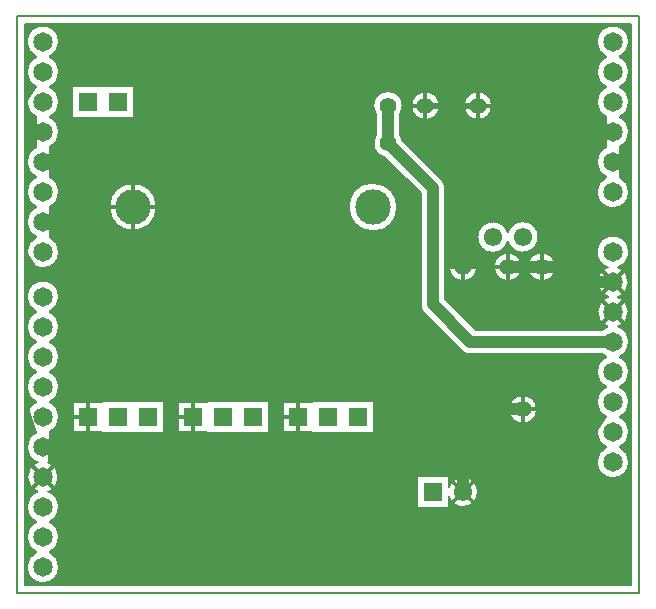
<source format=gbr>
%FSLAX23Y23*%
%MOIN*%
G04 EasyPC Gerber Version 18.0.1 Build 3581 *
%ADD84R,0.06102X0.06102*%
%ADD10C,0.00800*%
%ADD13C,0.01181*%
%ADD92C,0.01969*%
%ADD93C,0.03937*%
%ADD91C,0.05512*%
%ADD89C,0.06102*%
%ADD83C,0.06496*%
%ADD87C,0.11811*%
X0Y0D02*
D02*
D10*
X417Y924D02*
X2492D01*
Y2849*
X417*
Y924*
X445Y952D02*
X2463D01*
Y2821*
X445*
Y952*
X483Y1062D02*
G75*
G02Y1162I21J50D01*
G01*
G75*
G02X486Y1263I21J50*
G01*
G75*
G02Y1360I18J49*
G01*
G75*
G02X483Y1462I18J51*
G01*
G75*
G02Y1562I21J50*
G01*
G75*
G02Y1662I21J50*
G01*
G75*
G02Y1762I21J50*
G01*
G75*
G02Y1862I21J50*
G01*
G75*
G02X450Y1912I21J50*
G01*
G75*
G02X558I54*
G01*
G75*
G02X525Y1862I-54*
G01*
G75*
G02Y1762I-21J-50*
G01*
G75*
G02Y1662I-21J-50*
G01*
G75*
G02Y1562I-21J-50*
G01*
G75*
G02Y1462I-21J-50*
G01*
G75*
G02X522Y1360I-21J-50*
G01*
G75*
G02Y1263I-18J-49*
G01*
G75*
G02X525Y1162I-18J-51*
G01*
G75*
G02Y1062I-21J-50*
G01*
G75*
G02X558Y1012I-21J-50*
G01*
G75*
G02X450I-54*
G01*
G75*
G02X483Y1062I54*
G01*
Y2112D02*
G75*
G02Y2212I21J50D01*
G01*
G75*
G02Y2312I21J50*
G01*
G75*
G02Y2412I21J50*
G01*
G75*
G02Y2512I21J50*
G01*
G75*
G02Y2612I21J50*
G01*
G75*
G02Y2712I21J50*
G01*
G75*
G02X450Y2762I21J50*
G01*
G75*
G02X558I54*
G01*
G75*
G02X525Y2712I-54*
G01*
G75*
G02Y2612I-21J-50*
G01*
G75*
G02Y2512I-21J-50*
G01*
G75*
G02Y2412I-21J-50*
G01*
G75*
G02Y2312I-21J-50*
G01*
G75*
G02Y2212I-21J-50*
G01*
G75*
G02Y2112I-21J-50*
G01*
G75*
G02X558Y2062I-21J-50*
G01*
G75*
G02X450I-54*
G01*
G75*
G02X483Y2112I54*
G01*
X702Y1461D02*
X604D01*
Y1562*
X702*
Y1564*
X906*
Y1459*
X702*
Y1461*
X806Y2509D02*
X602D01*
Y2614*
X806*
Y2509*
X725Y2212D02*
G75*
G02X883I79D01*
G01*
G75*
G02X725I-79*
G01*
X1052Y1461D02*
X954D01*
Y1562*
X1052*
Y1564*
X1256*
Y1459*
X1052*
Y1461*
X1402D02*
X1304D01*
Y1562*
X1402*
Y1564*
X1606*
Y1459*
X1402*
Y1461*
X1604Y2131D02*
G75*
G02Y2292J81D01*
G01*
G75*
G02Y2131J-81*
G01*
X1613Y2451D02*
Y2522D01*
G75*
G02X1605Y2549I41J27*
G01*
G75*
G02X1703I49*
G01*
G75*
G02X1695Y2522I-49*
G01*
Y2451*
G75*
G02X1702Y2434I-41J-27*
G01*
X1833Y2303*
G75*
G02X1845Y2274I-29J-29*
G01*
Y1904*
X1946Y1803*
X2369*
G75*
G02X2386Y1813I35J-41*
G01*
G75*
G02X2389Y1912I18J49*
G01*
G75*
G02X2386Y2010I15J50*
G01*
G75*
G02X2350Y2062I18J51*
G01*
G75*
G02X2458I54*
G01*
G75*
G02X2422Y2010I-54*
G01*
G75*
G02X2419Y1912I-18J-49*
G01*
G75*
G02X2422Y1813I-15J-50*
G01*
G75*
G02X2425Y1712I-18J-51*
G01*
G75*
G02Y1612I-21J-50*
G01*
G75*
G02Y1512I-21J-50*
G01*
G75*
G02Y1412I-21J-50*
G01*
G75*
G02X2458Y1362I-21J-50*
G01*
G75*
G02X2350I-54*
G01*
G75*
G02X2383Y1412I54*
G01*
G75*
G02Y1512I21J50*
G01*
G75*
G02Y1612I21J50*
G01*
G75*
G02Y1712I21J50*
G01*
G75*
G02X2369Y1720I21J50*
G01*
X1929*
G75*
G02X1900Y1732J41*
G01*
X1775Y1857*
G75*
G02X1763Y1887I29J29*
G01*
Y2257*
X1644Y2376*
G75*
G02X1613Y2451I10J48*
G01*
X1732Y2549D02*
G75*
G02X1826I47D01*
G01*
G75*
G02X1732I-47*
G01*
X1856Y1246D02*
Y1209D01*
X1752*
Y1314*
X1856*
Y1277*
G75*
G02X1904Y1312I48J-16*
G01*
G75*
G02Y1211J-50*
G01*
G75*
G02X1856Y1246J50*
G01*
X1857Y2012D02*
G75*
G02X1951I47D01*
G01*
G75*
G02X1857I-47*
G01*
X1907Y2549D02*
G75*
G02X2001I47D01*
G01*
G75*
G02X1907I-47*
G01*
X2007Y2012D02*
G75*
G02X2101I47D01*
G01*
G75*
G02X2007I-47*
G01*
X2054Y2096D02*
G75*
G02X2004Y2059I-50J15D01*
G01*
G75*
G02Y2164J52*
G01*
G75*
G02X2054Y2127J-52*
G01*
G75*
G02X2104Y2164I50J-15*
G01*
G75*
G02Y2059J-52*
G01*
G75*
G02X2054Y2096J52*
G01*
X2057Y1537D02*
G75*
G02X2151I47D01*
G01*
G75*
G02X2057I-47*
G01*
X2119Y2012D02*
G75*
G02X2214I47D01*
G01*
G75*
G02X2119I-47*
G01*
X2383Y2312D02*
G75*
G02Y2412I21J50D01*
G01*
G75*
G02Y2512I21J50*
G01*
G75*
G02Y2612I21J50*
G01*
G75*
G02Y2712I21J50*
G01*
G75*
G02X2350Y2762I21J50*
G01*
G75*
G02X2458I54*
G01*
G75*
G02X2425Y2712I-54*
G01*
G75*
G02Y2612I-21J-50*
G01*
G75*
G02Y2512I-21J-50*
G01*
G75*
G02Y2412I-21J-50*
G01*
G75*
G02Y2312I-21J-50*
G01*
G75*
G02X2458Y2262I-21J-50*
G01*
G75*
G02X2350I-54*
G01*
G75*
G02X2383Y2312I54*
G01*
X445Y1462D02*
G36*
Y1262D01*
X483*
G75*
G02X486Y1263I21J-50*
G01*
G75*
G02Y1360I18J49*
G01*
G75*
G02X483Y1462I18J51*
G01*
X445*
G37*
X483D02*
G36*
G75*
G02X456Y1537I21J50D01*
G01*
X445*
Y1462*
X483*
G37*
X525D02*
G36*
G75*
G02X522Y1360I-21J-50D01*
G01*
G75*
G02Y1263I-18J-49*
G01*
G75*
G02X525Y1262I-18J-51*
G01*
X1752*
Y1314*
X1856*
Y1277*
G75*
G02X1904Y1312I48J-16*
G01*
G75*
G02X1954Y1262J-50*
G01*
X2463*
Y1462*
X2458*
G75*
G02X2425Y1412I-54*
G01*
G75*
G02X2458Y1362I-21J-50*
G01*
G75*
G02X2350I-54*
G01*
G75*
G02X2383Y1412I54*
G01*
G75*
G02X2350Y1462I21J50*
G01*
X1606*
Y1459*
X1402*
Y1461*
X1304*
Y1462*
X1256*
Y1459*
X1052*
Y1461*
X954*
Y1462*
X906*
Y1459*
X702*
Y1461*
X604*
Y1462*
X525*
G37*
X604D02*
G36*
Y1537D01*
X552*
G75*
G02X525Y1462I-48J-25*
G01*
X604*
G37*
X954D02*
G36*
Y1537D01*
X906*
Y1462*
X954*
G37*
X1304D02*
G36*
Y1537D01*
X1256*
Y1462*
X1304*
G37*
X2350D02*
G36*
G75*
G02X2383Y1512I54D01*
G01*
G75*
G02X2356Y1537I21J50*
G01*
X2151*
G75*
G02X2057I-47*
G01*
X1606*
Y1462*
X2350*
G37*
X2463D02*
G36*
Y1537D01*
X2452*
G75*
G02X2425Y1512I-48J25*
G01*
G75*
G02X2458Y1462I-21J-50*
G01*
X2463*
G37*
X445Y2412D02*
G36*
Y2212D01*
X483*
G75*
G02Y2312I21J50*
G01*
G75*
G02Y2412I21J50*
G01*
X445*
G37*
X483D02*
G36*
G75*
G02Y2512I21J50D01*
G01*
G75*
G02X450Y2562I21J50*
G01*
X445*
Y2412*
X483*
G37*
X525D02*
G36*
G75*
G02Y2312I-21J-50D01*
G01*
G75*
G02Y2212I-21J-50*
G01*
X725*
G75*
G02X883I79*
G01*
X1523*
G75*
G02X1604Y2292I81*
G01*
G75*
G02X1685Y2212J-81*
G01*
X1763*
Y2257*
X1644Y2376*
G75*
G02X1606Y2412I10J48*
G01*
X525*
G37*
X1606D02*
G36*
G75*
G02X1613Y2451I48J13D01*
G01*
Y2522*
G75*
G02X1605Y2549I41J27*
G01*
G75*
G02X1606Y2562I49J0*
G01*
X806*
Y2509*
X602*
Y2562*
X558*
G75*
G02X525Y2512I-54*
G01*
G75*
G02Y2412I-21J-50*
G01*
X1606*
G37*
X1725D02*
G36*
X1833Y2303D01*
G75*
G02X1845Y2274I-29J-29*
G01*
Y2212*
X2383*
G75*
G02X2350Y2262I21J50*
G01*
G75*
G02X2383Y2312I54*
G01*
G75*
G02Y2412I21J50*
G01*
X1725*
G37*
X2383D02*
G36*
G75*
G02Y2512I21J50D01*
G01*
G75*
G02X2350Y2562I21J50*
G01*
X2000*
G75*
G02X2001Y2549I-46J-13*
G01*
G75*
G02X1907I-47*
G01*
G75*
G02X1908Y2562I47*
G01*
X1825*
G75*
G02X1826Y2549I-46J-13*
G01*
G75*
G02X1732I-47*
G01*
G75*
G02X1733Y2562I47*
G01*
X1702*
G75*
G02X1703Y2549I-48J-12*
G01*
G75*
G02X1695Y2522I-49*
G01*
Y2451*
G75*
G02X1702Y2434I-41J-27*
G01*
X1725Y2412*
X2383*
G37*
X2425D02*
G36*
G75*
G02Y2312I-21J-50D01*
G01*
G75*
G02X2458Y2262I-21J-50*
G01*
G75*
G02X2425Y2212I-54*
G01*
X2463*
Y2412*
X2425*
G37*
X2463D02*
G36*
Y2562D01*
X2458*
G75*
G02X2425Y2512I-54*
G01*
G75*
G02Y2412I-21J-50*
G01*
X2463*
G37*
X450Y2562D02*
G36*
G75*
G02X483Y2612I54D01*
G01*
G75*
G02Y2712I21J50*
G01*
G75*
G02X450Y2762I21J50*
G01*
G75*
G02X558I54*
G01*
G75*
G02X525Y2712I-54*
G01*
G75*
G02Y2612I-21J-50*
G01*
G75*
G02X558Y2562I-21J-50*
G01*
X602*
Y2614*
X806*
Y2562*
X1606*
G75*
G02X1702I48J-13*
G01*
X1733*
G75*
G02X1825I46J-13*
G01*
X1908*
G75*
G02X2000I46J-13*
G01*
X2350*
G75*
G02X2383Y2612I54*
G01*
G75*
G02Y2712I21J50*
G01*
G75*
G02X2350Y2762I21J50*
G01*
G75*
G02X2458I54*
G01*
G75*
G02X2425Y2712I-54*
G01*
G75*
G02Y2612I-21J-50*
G01*
G75*
G02X2458Y2562I-21J-50*
G01*
X2463*
Y2821*
X445*
Y2562*
X450*
G37*
X445Y2212D02*
G36*
Y2112D01*
X483*
G75*
G02Y2212I21J50*
G01*
X445*
G37*
X525D02*
G36*
G75*
G02Y2112I-21J-50D01*
G01*
X1763*
Y2212*
X1685*
G75*
G02X1604Y2131I-81*
G01*
G75*
G02X1523Y2212J81*
G01*
X883*
G75*
G02X725I-79*
G01*
X525*
G37*
X1845D02*
G36*
Y2112D01*
X1952*
G75*
G02X2004Y2164I52*
G01*
G75*
G02X2054Y2127J-52*
G01*
G75*
G02X2104Y2164I50J-15*
G01*
G75*
G02X2156Y2112J-52*
G01*
X2383*
G75*
G02X2425I21J-50*
G01*
X2463*
Y2212*
X2425*
G75*
G02X2383I-21J50*
G01*
X1845*
G37*
X445Y1262D02*
G36*
Y952D01*
X2463*
Y1262*
X1954*
G75*
G02X1904Y1211I-50*
G01*
G75*
G02X1856Y1246J50*
G01*
Y1209*
X1752*
Y1262*
X525*
G75*
G02X525Y1162I-21J-50*
G01*
G75*
G02Y1062I-21J-50*
G01*
G75*
G02X558Y1012I-21J-50*
G01*
G75*
G02X450I-54*
G01*
G75*
G02X483Y1062I54*
G01*
G75*
G02Y1162I21J50*
G01*
G75*
G02X483Y1262I21J50*
G01*
X445*
G37*
Y2012D02*
G36*
Y1537D01*
X456*
G75*
G02X483Y1562I48J-25*
G01*
G75*
G02Y1662I21J50*
G01*
G75*
G02Y1762I21J50*
G01*
G75*
G02Y1862I21J50*
G01*
G75*
G02X450Y1912I21J50*
G01*
G75*
G02X558I54*
G01*
G75*
G02X525Y1862I-54*
G01*
G75*
G02Y1762I-21J-50*
G01*
G75*
G02Y1662I-21J-50*
G01*
G75*
G02Y1562I-21J-50*
G01*
G75*
G02X552Y1537I-21J-50*
G01*
X604*
Y1562*
X702*
Y1564*
X906*
Y1537*
X954*
Y1562*
X1052*
Y1564*
X1256*
Y1537*
X1304*
Y1562*
X1402*
Y1564*
X1606*
Y1537*
X2057*
G75*
G02X2151I47*
G01*
X2356*
G75*
G02X2383Y1612I48J25*
G01*
G75*
G02Y1712I21J50*
G01*
G75*
G02X2369Y1720I21J50*
G01*
X1929*
G75*
G02X1900Y1732J41*
G01*
X1775Y1857*
G75*
G02X1763Y1887I29J29*
G01*
Y2012*
X525*
G75*
G02X483I-21J50*
G01*
X445*
G37*
X483D02*
G36*
G75*
G02X450Y2062I21J50D01*
G01*
G75*
G02X483Y2112I54*
G01*
X445*
Y2012*
X483*
G37*
X1763D02*
G36*
Y2112D01*
X525*
G75*
G02X558Y2062I-21J-50*
G01*
G75*
G02X525Y2012I-54*
G01*
X1763*
G37*
X1845D02*
G36*
Y1904D01*
X1946Y1803*
X2369*
G75*
G02X2386Y1813I35J-41*
G01*
G75*
G02X2389Y1912I18J49*
G01*
G75*
G02X2386Y2010I15J50*
G01*
G75*
G02X2383Y2012I18J51*
G01*
X2214*
G75*
G02X2119I-47*
G01*
X2101*
G75*
G02X2007I-47*
G01*
X1951*
G75*
G02X1857I-47*
G01*
X1845*
G37*
X1857D02*
G36*
G75*
G02X1951I47D01*
G01*
X2007*
G75*
G02X2101I47*
G01*
X2119*
G75*
G02X2214I47*
G01*
X2383*
G75*
G02X2350Y2062I21J50*
G01*
G75*
G02X2383Y2112I54*
G01*
X2156*
G75*
G02X2104Y2059I-52*
G01*
G75*
G02X2054Y2096J52*
G01*
G75*
G02X2004Y2059I-50J15*
G01*
G75*
G02X1952Y2112J52*
G01*
X1845*
Y2012*
X1857*
G37*
X2425D02*
G36*
G75*
G02X2422Y2010I-21J50D01*
G01*
G75*
G02X2419Y1912I-18J-49*
G01*
G75*
G02X2422Y1813I-15J-50*
G01*
G75*
G02X2425Y1712I-18J-51*
G01*
G75*
G02Y1612I-21J-50*
G01*
G75*
G02X2452Y1537I-21J-50*
G01*
X2463*
Y2012*
X2425*
G37*
X2463D02*
G36*
Y2112D01*
X2425*
G75*
G02X2458Y2062I-21J-50*
G01*
G75*
G02X2425Y2012I-54*
G01*
X2463*
G37*
D02*
D13*
X485Y1293D02*
X466Y1273D01*
X485Y1330D02*
X466Y1350D01*
X523Y1293D02*
X542Y1273D01*
X523Y1330D02*
X542Y1350D01*
X629Y1512D02*
X602D01*
X654Y1487D02*
Y1459D01*
Y1536D02*
Y1564D01*
X751Y2212D02*
X723D01*
X804Y2158D02*
Y2131D01*
Y2265D02*
Y2292D01*
X857Y2212D02*
X885D01*
X979Y1512D02*
X952D01*
X1004Y1487D02*
Y1459D01*
Y1536D02*
Y1564D01*
X1329Y1512D02*
X1302D01*
X1354Y1487D02*
Y1459D01*
Y1536D02*
Y1564D01*
X1757Y2549D02*
X1730D01*
X1779Y2527D02*
Y2500D01*
Y2571D02*
Y2598D01*
X1801Y2549D02*
X1828D01*
X1882Y2012D02*
X1855D01*
X1887Y1244D02*
X1867Y1225D01*
X1887Y1279D02*
X1867Y1298D01*
X1904Y1990D02*
Y1962D01*
Y2033D02*
Y2061D01*
X1921Y1244D02*
X1941Y1225D01*
X1921Y1279D02*
X1941Y1298D01*
X1926Y2012D02*
X1953D01*
X1932Y2549D02*
X1905D01*
X1954Y2527D02*
Y2500D01*
Y2571D02*
Y2598D01*
X1976Y2549D02*
X2003D01*
X2032Y2012D02*
X2005D01*
X2054Y1990D02*
Y1962D01*
Y2033D02*
Y2061D01*
X2076Y2012D02*
X2103D01*
X2082Y1537D02*
X2055D01*
X2104Y1515D02*
Y1487D01*
Y1558D02*
Y1586D01*
X2126Y1537D02*
X2153D01*
X2145Y2012D02*
X2117D01*
X2167Y1990D02*
Y1962D01*
Y2033D02*
Y2061D01*
X2188Y2012D02*
X2216D01*
X2385Y1843D02*
X2366Y1823D01*
X2385Y1880D02*
X2366Y1900D01*
X2385Y1943D02*
X2366Y1923D01*
X2385Y1980D02*
X2366Y2000D01*
X2423Y1843D02*
X2442Y1823D01*
X2423Y1880D02*
X2442Y1900D01*
X2423Y1943D02*
X2442Y1923D01*
X2423Y1980D02*
X2442Y2000D01*
D02*
D83*
X504Y1012D03*
Y1112D03*
Y1212D03*
Y1312D03*
Y1412D03*
Y1512D03*
Y1612D03*
Y1712D03*
Y1812D03*
Y1912D03*
Y2062D03*
Y2162D03*
Y2262D03*
Y2362D03*
Y2462D03*
Y2562D03*
Y2662D03*
Y2762D03*
X2404Y1362D03*
Y1462D03*
Y1562D03*
Y1662D03*
Y1762D03*
Y1862D03*
Y1962D03*
Y2062D03*
Y2262D03*
Y2362D03*
Y2462D03*
Y2562D03*
Y2662D03*
Y2762D03*
D02*
D84*
X654Y1512D03*
Y2562D03*
X754Y1512D03*
Y2562D03*
X854Y1512D03*
X1004D03*
X1104D03*
X1204D03*
X1354D03*
X1454D03*
X1554D03*
X1804Y1262D03*
D02*
D87*
X804Y2212D03*
X1604D03*
D02*
D89*
X1904Y1262D03*
X2004Y2112D03*
X2104D03*
D02*
D91*
X1654Y2424D03*
Y2549D03*
X1779D03*
X1904Y2012D03*
X1954Y2549D03*
X2054Y2012D03*
X2104Y1537D03*
X2167Y2012D03*
D02*
D92*
X1779Y2549D02*
X1954D01*
D02*
D93*
X1654Y2424D02*
Y2549D01*
Y2424D02*
X1804Y2274D01*
Y1887*
X1929Y1762*
X2404*
X1904Y1262D02*
Y1462D01*
X1979Y1537*
X2104*
X2054Y2012D02*
X2254D01*
X2304Y1962*
X2404*
X0Y0D02*
M02*

</source>
